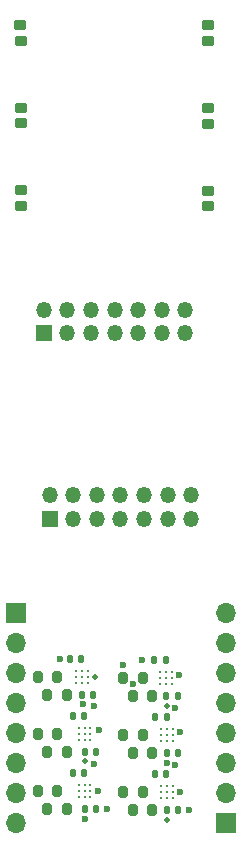
<source format=gbr>
%TF.GenerationSoftware,KiCad,Pcbnew,(6.0.0)*%
%TF.CreationDate,2022-06-29T15:28:05+09:00*%
%TF.ProjectId,TipLets_Board,5469704c-6574-4735-9f42-6f6172642e6b,rev?*%
%TF.SameCoordinates,Original*%
%TF.FileFunction,Soldermask,Top*%
%TF.FilePolarity,Negative*%
%FSLAX46Y46*%
G04 Gerber Fmt 4.6, Leading zero omitted, Abs format (unit mm)*
G04 Created by KiCad (PCBNEW (6.0.0)) date 2022-06-29 15:28:05*
%MOMM*%
%LPD*%
G01*
G04 APERTURE LIST*
G04 Aperture macros list*
%AMRoundRect*
0 Rectangle with rounded corners*
0 $1 Rounding radius*
0 $2 $3 $4 $5 $6 $7 $8 $9 X,Y pos of 4 corners*
0 Add a 4 corners polygon primitive as box body*
4,1,4,$2,$3,$4,$5,$6,$7,$8,$9,$2,$3,0*
0 Add four circle primitives for the rounded corners*
1,1,$1+$1,$2,$3*
1,1,$1+$1,$4,$5*
1,1,$1+$1,$6,$7*
1,1,$1+$1,$8,$9*
0 Add four rect primitives between the rounded corners*
20,1,$1+$1,$2,$3,$4,$5,0*
20,1,$1+$1,$4,$5,$6,$7,0*
20,1,$1+$1,$6,$7,$8,$9,0*
20,1,$1+$1,$8,$9,$2,$3,0*%
G04 Aperture macros list end*
%ADD10RoundRect,0.200000X0.350000X0.200000X-0.350000X0.200000X-0.350000X-0.200000X0.350000X-0.200000X0*%
%ADD11RoundRect,0.200000X-0.350000X-0.200000X0.350000X-0.200000X0.350000X0.200000X-0.350000X0.200000X0*%
%ADD12R,1.350000X1.350000*%
%ADD13O,1.350000X1.350000*%
%ADD14RoundRect,0.140000X-0.140000X-0.170000X0.140000X-0.170000X0.140000X0.170000X-0.140000X0.170000X0*%
%ADD15RoundRect,0.140000X0.140000X0.170000X-0.140000X0.170000X-0.140000X-0.170000X0.140000X-0.170000X0*%
%ADD16O,1.700000X1.700000*%
%ADD17R,1.700000X1.700000*%
%ADD18RoundRect,0.200000X-0.200000X-0.275000X0.200000X-0.275000X0.200000X0.275000X-0.200000X0.275000X0*%
%ADD19C,0.240000*%
%ADD20C,0.600000*%
%ADD21C,0.500000*%
G04 APERTURE END LIST*
D10*
%TO.C,M6*%
X37579867Y-68562000D03*
X37569867Y-67222000D03*
%TD*%
D11*
%TO.C,M1*%
X21720134Y-53192000D03*
X21730134Y-54532000D03*
%TD*%
D10*
%TO.C,M4*%
X37579867Y-54562000D03*
X37569867Y-53222000D03*
%TD*%
%TO.C,M5*%
X37589867Y-61562000D03*
X37579867Y-60222000D03*
%TD*%
D11*
%TO.C,M3*%
X21740134Y-67212000D03*
X21750134Y-68552000D03*
%TD*%
%TO.C,M2*%
X21730134Y-60192000D03*
X21740134Y-61532000D03*
%TD*%
D12*
%TO.C,J3*%
X23685000Y-79317000D03*
D13*
X23685000Y-77317000D03*
X25685000Y-79317000D03*
X25685000Y-77317000D03*
X27685000Y-79317000D03*
X27685000Y-77317000D03*
X29685000Y-79317000D03*
X29685000Y-77317000D03*
X31685000Y-79317000D03*
X31685000Y-77317000D03*
X33685000Y-79317000D03*
X33685000Y-77317000D03*
X35685000Y-79317000D03*
X35685000Y-77317000D03*
%TD*%
D14*
%TO.C,C1*%
X35038560Y-110008000D03*
X34078560Y-110008000D03*
%TD*%
D15*
%TO.C,C6*%
X33110560Y-116612000D03*
X34070560Y-116612000D03*
%TD*%
D16*
%TO.C,J1*%
X21325000Y-120737000D03*
X21325000Y-118197000D03*
X21325000Y-115657000D03*
X21325000Y-113117000D03*
X21325000Y-110577000D03*
X21325000Y-108037000D03*
X21325000Y-105497000D03*
D17*
X21325000Y-102957000D03*
%TD*%
D18*
%TO.C,R5*%
X32061560Y-118156000D03*
X30411560Y-118156000D03*
%TD*%
D14*
%TO.C,C3*%
X35086560Y-114834000D03*
X34126560Y-114834000D03*
%TD*%
D18*
%TO.C,R12*%
X25621560Y-119569000D03*
X23971560Y-119569000D03*
%TD*%
D14*
%TO.C,C11*%
X28135000Y-119575170D03*
X27175000Y-119575170D03*
%TD*%
D18*
%TO.C,R3*%
X32061560Y-113330000D03*
X30411560Y-113330000D03*
%TD*%
D19*
%TO.C,U2*%
X34098560Y-113792800D03*
X34598560Y-113792800D03*
X34598560Y-113292800D03*
X34598560Y-112792800D03*
X33598560Y-112792800D03*
X33598560Y-113292800D03*
X34098560Y-113292800D03*
X33598560Y-113792800D03*
X34098560Y-112792800D03*
%TD*%
D13*
%TO.C,J4*%
X36185000Y-93000000D03*
X36185000Y-95000000D03*
X34185000Y-93000000D03*
X34185000Y-95000000D03*
X32185000Y-93000000D03*
X32185000Y-95000000D03*
X30185000Y-93000000D03*
X30185000Y-95000000D03*
X28185000Y-93000000D03*
X28185000Y-95000000D03*
X26185000Y-93000000D03*
X26185000Y-95000000D03*
X24185000Y-93000000D03*
D12*
X24185000Y-95000000D03*
%TD*%
D18*
%TO.C,R8*%
X25621560Y-109917000D03*
X23971560Y-109917000D03*
%TD*%
D19*
%TO.C,U4*%
X26905000Y-108881970D03*
X27405000Y-108881970D03*
X27405000Y-108381970D03*
X27405000Y-107881970D03*
X26405000Y-107881970D03*
X26405000Y-108381970D03*
X26905000Y-108381970D03*
X26405000Y-108881970D03*
X26905000Y-107881970D03*
%TD*%
D18*
%TO.C,R1*%
X32061560Y-108504000D03*
X30411560Y-108504000D03*
%TD*%
%TO.C,R2*%
X32881560Y-109990000D03*
X31231560Y-109990000D03*
%TD*%
D15*
%TO.C,C4*%
X33138560Y-111786000D03*
X34098560Y-111786000D03*
%TD*%
D14*
%TO.C,C7*%
X27885000Y-109923170D03*
X26925000Y-109923170D03*
%TD*%
%TO.C,C9*%
X28135000Y-114749170D03*
X27175000Y-114749170D03*
%TD*%
D18*
%TO.C,R7*%
X24844560Y-108398000D03*
X23194560Y-108398000D03*
%TD*%
D15*
%TO.C,C10*%
X26159000Y-111701170D03*
X27119000Y-111701170D03*
%TD*%
D18*
%TO.C,R9*%
X24844560Y-113224000D03*
X23194560Y-113224000D03*
%TD*%
D15*
%TO.C,C12*%
X26131000Y-116527170D03*
X27091000Y-116527170D03*
%TD*%
D19*
%TO.C,U6*%
X27147000Y-118533970D03*
X27647000Y-118533970D03*
X27647000Y-118033970D03*
X27647000Y-117533970D03*
X26647000Y-117533970D03*
X26647000Y-118033970D03*
X27147000Y-118033970D03*
X26647000Y-118533970D03*
X27147000Y-117533970D03*
%TD*%
%TO.C,U5*%
X27147000Y-113707970D03*
X27647000Y-113707970D03*
X27647000Y-113207970D03*
X27647000Y-112707970D03*
X26647000Y-112707970D03*
X26647000Y-113207970D03*
X27147000Y-113207970D03*
X26647000Y-113707970D03*
X27147000Y-112707970D03*
%TD*%
D18*
%TO.C,R4*%
X32881560Y-114816000D03*
X31231560Y-114816000D03*
%TD*%
%TO.C,R10*%
X25621560Y-114743000D03*
X23971560Y-114743000D03*
%TD*%
%TO.C,R11*%
X24844560Y-118050000D03*
X23194560Y-118050000D03*
%TD*%
D16*
%TO.C,J2*%
X39085000Y-102952000D03*
X39085000Y-105492000D03*
X39085000Y-108032000D03*
X39085000Y-110572000D03*
X39085000Y-113112000D03*
X39085000Y-115652000D03*
X39085000Y-118192000D03*
D17*
X39085000Y-120732000D03*
%TD*%
D15*
%TO.C,C2*%
X33062560Y-106960000D03*
X34022560Y-106960000D03*
%TD*%
D19*
%TO.C,U1*%
X34050560Y-108966800D03*
X34550560Y-108966800D03*
X34550560Y-108466800D03*
X34550560Y-107966800D03*
X33550560Y-107966800D03*
X33550560Y-108466800D03*
X34050560Y-108466800D03*
X33550560Y-108966800D03*
X34050560Y-107966800D03*
%TD*%
%TO.C,U3*%
X34098560Y-118618800D03*
X34598560Y-118618800D03*
X34598560Y-118118800D03*
X34598560Y-117618800D03*
X33598560Y-117618800D03*
X33598560Y-118118800D03*
X34098560Y-118118800D03*
X33598560Y-118618800D03*
X34098560Y-117618800D03*
%TD*%
D18*
%TO.C,R6*%
X32881560Y-119642000D03*
X31231560Y-119642000D03*
%TD*%
D14*
%TO.C,C5*%
X35086560Y-119660000D03*
X34126560Y-119660000D03*
%TD*%
D15*
%TO.C,C8*%
X25925000Y-106875170D03*
X26885000Y-106875170D03*
%TD*%
D20*
X35105000Y-108258170D03*
X35993000Y-119680170D03*
X27951000Y-115735170D03*
X35245560Y-118114000D03*
X29005000Y-119577170D03*
X27905000Y-110858170D03*
X25058000Y-106868170D03*
X28368540Y-112928170D03*
X34833037Y-115828439D03*
X34832000Y-110991170D03*
X28296000Y-118021170D03*
D21*
X28005000Y-108388170D03*
D20*
X35231000Y-113050170D03*
X32017000Y-107007170D03*
X34129000Y-115649170D03*
D21*
X34127000Y-120534170D03*
X27173000Y-115516170D03*
D20*
X27176000Y-120408170D03*
D21*
X34085000Y-110826170D03*
D20*
X27005000Y-110658170D03*
X31235000Y-109038170D03*
X30375000Y-107428170D03*
M02*

</source>
